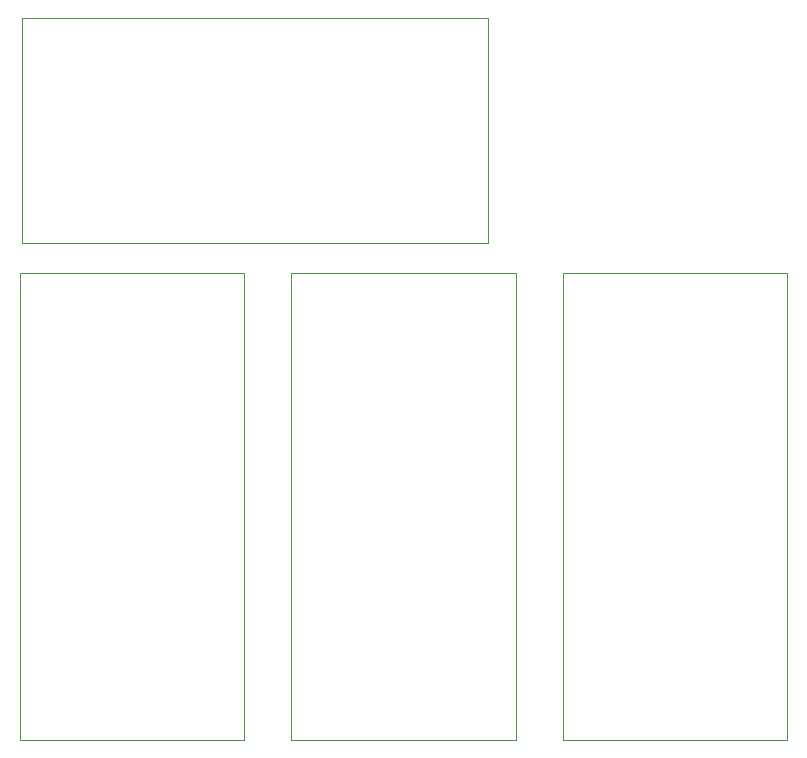
<source format=gbr>
G04 #@! TF.GenerationSoftware,KiCad,Pcbnew,5.1.4*
G04 #@! TF.CreationDate,2019-09-24T10:41:40+02:00*
G04 #@! TF.ProjectId,pressureSensorHolder,70726573-7375-4726-9553-656e736f7248,rev?*
G04 #@! TF.SameCoordinates,PX8933188PY75e57e8*
G04 #@! TF.FileFunction,Profile,NP*
%FSLAX46Y46*%
G04 Gerber Fmt 4.6, Leading zero omitted, Abs format (unit mm)*
G04 Created by KiCad (PCBNEW 5.1.4) date 2019-09-24 10:41:40*
%MOMM*%
%LPD*%
G04 APERTURE LIST*
%ADD10C,0.050000*%
G04 APERTURE END LIST*
D10*
X27447000Y21074000D02*
X-12053000Y21074000D01*
X27447000Y40074000D02*
X27447000Y21074000D01*
X-12053000Y21074000D02*
X-12053000Y40074000D01*
X-12053000Y40074000D02*
X27447000Y40074000D01*
X33750000Y18500000D02*
X52750000Y18500000D01*
X10750000Y18500000D02*
X29750000Y18500000D01*
X52750000Y18500000D02*
X52750000Y-21000000D01*
X29750000Y18500000D02*
X29750000Y-21000000D01*
X33750000Y-21000000D02*
X33750000Y18500000D01*
X10750000Y-21000000D02*
X10750000Y18500000D01*
X52750000Y-21000000D02*
X33750000Y-21000000D01*
X29750000Y-21000000D02*
X10750000Y-21000000D01*
X-12250000Y-21000000D02*
X-12250000Y18500000D01*
X-12250000Y18500000D02*
X6750000Y18500000D01*
X6750000Y18500000D02*
X6750000Y-21000000D01*
X6750000Y-21000000D02*
X-12250000Y-21000000D01*
M02*

</source>
